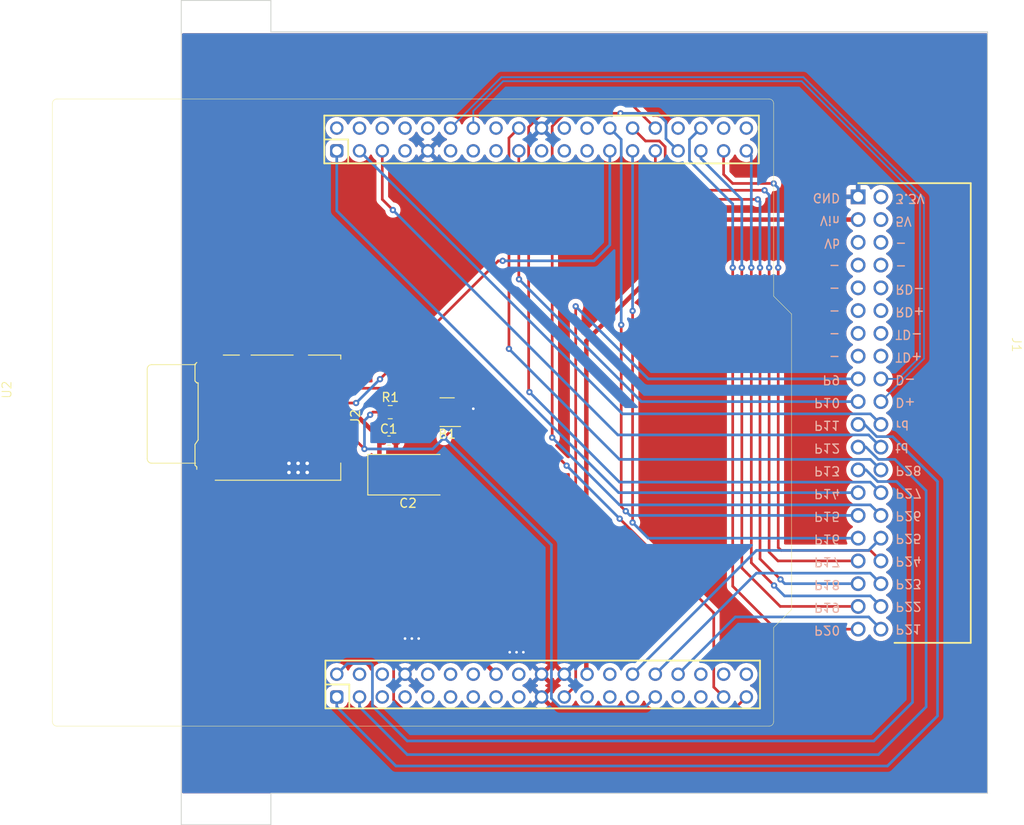
<source format=kicad_pcb>
(kicad_pcb (version 20221018) (generator pcbnew)
  (layers (0 "F.Cu" signal) (31 "B.Cu" signal) (34 "B.Paste" user) (35 "F.Paste" user) (36 "B.SilkS" user "B.Silkscreen") (37 "F.SilkS" user "F.Silkscreen") (38 "B.Mask" user) (39 "F.Mask" user) (44 "Edge.Cuts" user))
  (net 0 "")
  (net 1 "/CS")
  (net 2 "/DAT0")
  (net 3 "GND")
  (net 4 "/SD_MISO")
  (net 5 "+3.3V")
  (net 6 "/Vin")
  (net 18 "/SDA{slash}RX_1")
  (net 19 "/USB_D-")
  (net 20 "/SCL{slash}TX_1")
  (net 21 "/USB_D+")
  (net 22 "/SCK")
  (net 23 "/CAN_rd")
  (net 24 "/MOSI")
  (net 25 "/CAN_td")
  (net 26 "/MISO")
  (net 27 "/SDA{slash}RX_2")
  (net 28 "/SSEL")
  (net 29 "/SCL{slash}TX_2")
  (net 30 "/P15")
  (net 31 "/P26")
  (net 32 "/P16")
  (net 33 "/P25")
  (net 34 "/P17")
  (net 35 "/P24")
  (net 36 "/P18")
  (net 37 "/P23")
  (net 38 "/P19")
  (net 39 "/P22")
  (net 40 "/P20")
  (net 41 "/P21")
  (net 43 "/SD_MOSI")
  (net 44 "/SD_SCK")
  (net 86 "+5V")
  (footprint "Capacitor_Tantalum_SMD:CP_EIA-7343-31_Kemet-D" (layer "F.Cu") (at 166.708 95.586)
    (fp_text reference "C2" (at 0.078914 3.178687) (layer "F.SilkS"))
    (fp_text value "47uF")
    (fp_line (start -4.41 -2.26) (end -4.41 2.26) (stroke (width 0.12)) (layer "F.SilkS"))
    (fp_line (start -4.41 2.26) (end 3.65 2.26) (stroke (width 0.12)) (layer "F.SilkS"))
    (fp_line (start 3.65 -2.26) (end -4.41 -2.26) (stroke (width 0.12)) (layer "F.SilkS"))
    (pad "1" smd roundrect (at -3.1125 0) (size 2.075 2.55) (layers "F.Cu" "F.Paste" "F.Mask") (roundrect_rratio 0.120482) (net 5 "+3.3V"))
    (pad "2" smd roundrect (at 3.1125 0) (size 2.075 2.55) (layers "F.Cu" "F.Paste" "F.Mask") (roundrect_rratio 0.120482) (net 3 "GND"))
  )
  (footprint "flatsat_conn:flatsat_conn" (layer "F.Cu") (at 229.848 88.704)
    (fp_text reference "J1" (at 4.8612 -7.621576 -90 unlocked) (layer "F.SilkS") (effects (font (thickness 0.1))))
    (fp_text value "Bus Standard")
    (fp_text user "P27" (at -7.203949 8.9383 180 unlocked) (layer "B.SilkS") (effects (justify mirror)))
    (fp_text user "-" (at -8.037282 -16.35643 180 unlocked) (layer "B.SilkS") (effects (justify mirror)))
    (fp_text user "-" (at -15.453948 -6.244849 180 unlocked) (layer "B.SilkS") (effects (justify mirror)))
    (fp_text user "P12" (at -16.287282 3.915151 180 unlocked) (layer "B.SilkS") (effects (justify mirror)))
    (fp_text user "P18" (at -16.287282 19.155151 180 unlocked) (layer "B.SilkS") (effects (justify mirror)))
    (fp_text user "RD-" (at -7.037282 -13.826957 180 unlocked) (layer "B.SilkS") (effects (justify mirror)))
    (fp_text user "P28" (at -7.203949 6.408827 180 unlocked) (layer "B.SilkS") (effects (justify mirror)))
    (fp_text user "P19" (at -16.287282 21.695151 180 unlocked) (layer "B.SilkS") (effects (justify mirror)))
    (fp_text user "Vin" (at -15.953948 -21.484849 180 unlocked) (layer "B.SilkS") (effects (justify mirror)))
    (fp_text user "5V" (at -7.751568 -21.415376 180 unlocked) (layer "B.SilkS") (effects (justify mirror)))
    (fp_text user "P23" (at -7.203949 19.056192 180 unlocked) (layer "B.SilkS") (effects (justify mirror)))
    (fp_text user "P11" (at -16.287282 1.375151 180 unlocked) (layer "B.SilkS") (effects (justify mirror)))
    (fp_text user "-" (at -15.453948 -16.404849 180 unlocked) (layer "B.SilkS") (effects (justify mirror)))
    (fp_text user "RD+" (at -7.037282 -11.297484 180 unlocked) (layer "B.SilkS") (effects (justify mirror)))
    (fp_text user "P15" (at -16.287282 11.535151 180 unlocked) (layer "B.SilkS") (effects (justify mirror)))
    (fp_text user "rd" (at -7.894425 1.349881 180 unlocked) (layer "B.SilkS") (effects (justify mirror)))
    (fp_text user "TD+" (at -7.15633 -6.238538 180 unlocked) (layer "B.SilkS") (effects (justify mirror)))
    (fp_text user "-" (at -8.037282 -18.885903 180 unlocked) (layer "B.SilkS") (effects (justify mirror)))
    (fp_text user "P22" (at -7.203949 21.585665 180 unlocked) (layer "B.SilkS") (effects (justify mirror)))
    (fp_text user "3.3V" (at -7.037282 -23.944849 180 unlocked) (layer "B.SilkS") (effects (justify mirror)))
    (fp_text user "P13" (at -16.287282 6.455151 180 unlocked) (layer "B.SilkS") (effects (justify mirror)))
    (fp_text user "td" (at -7.918235 3.879354 180 unlocked) (layer "B.SilkS") (effects (justify mirror)))
    (fp_text user "P25" (at -7.203949 13.997246 180 unlocked) (layer "B.SilkS") (effects (justify mirror)))
    (fp_text user "Vb" (at -15.715853 -18.944849 180 unlocked) (layer "B.SilkS") (effects (justify mirror)))
    (fp_text user "-" (at -15.453948 -11.324849 180 unlocked) (layer "B.SilkS") (effects (justify mirror)))
    (fp_text user "P10" (at -16.287282 -1.164849 180 unlocked) (layer "B.SilkS") (effects (justify mirror)))
    (fp_text user "P21" (at -7.203949 24.115151 180 unlocked) (layer "B.SilkS") (effects (justify mirror)))
    (fp_text user "P24" (at -7.203949 16.526719 180 unlocked) (layer "B.SilkS") (effects (justify mirror)))
    (fp_text user "TD-" (at -7.15633 -8.768011 180 unlocked) (layer "B.SilkS") (effects (justify mirror)))
    (fp_text user "P16" (at -16.287282 14.075151 180 unlocked) (layer "B.SilkS") (effects (justify mirror)))
    (fp_text user "D-" (at -7.537282 -3.709065 180 unlocked) (layer "B.SilkS") (effects (justify mirror)))
    (fp_text user "P26" (at -7.203949 11.467773 180 unlocked) (layer "B.SilkS") (effects (justify mirror)))
    (fp_text user "P9" (at -15.811091 -3.704849 180 unlocked) (layer "B.SilkS") (effects (justify mirror)))
    (fp_text user "P20" (at -16.287282 24.235151 180 unlocked) (layer "B.SilkS") (effects (justify mirror)))
    (fp_text user "-" (at -15.453948 -13.864849 180 unlocked) (layer "B.SilkS") (effects (justify mirror)))
    (fp_text user "D+" (at -7.537282 -1.179592 180 unlocked) (layer "B.SilkS") (effects (justify mirror)))
    (fp_text user "P14" (at -16.287282 8.995151 180 unlocked) (layer "B.SilkS") (effects (justify mirror)))
    (fp_text user "GND" (at -16.35871 -24.024849 180 unlocked) (layer "B.SilkS") (effects (justify mirror)))
    (fp_text user "-" (at -15.453948 -8.784849 180 unlocked) (layer "B.SilkS") (effects (justify mirror)))
    (fp_text user "P17" (at -16.287282 16.615151 180 unlocked) (layer "B.SilkS") (effects (justify mirror)))
    (fp_line (start -12.817282 -25.662349) (end -0.247282 -25.662349) (stroke (width 0.2)) (layer "F.SilkS"))
    (fp_line (start -0.247282 25.647651) (end -8.757282 25.647651) (stroke (width 0.2)) (layer "F.SilkS"))
    (fp_line (start -0.247282 25.647651) (end -0.247282 -25.662349) (stroke (width 0.2)) (layer "F.SilkS"))
    (pad "1" thru_hole rect (at -12.817282 -24.137349 90) (size 1.65 1.65) (drill 1.1) (layers "*.Cu" "*.Mask") (net 3 "GND"))
    (pad "2" thru_hole circle (at -10.277282 -24.137349 90) (size 1.65 1.65) (drill 1.1) (layers "*.Cu" "*.Mask"))
    (pad "3" thru_hole circle (at -12.817282 -21.597349 90) (size 1.65 1.65) (drill 1.1) (layers "*.Cu" "*.Mask") (net 6 "/Vin"))
    (pad "4" thru_hole circle (at -10.277282 -21.597349 90) (size 1.65 1.65) (drill 1.1) (layers "*.Cu" "*.Mask"))
    (pad "5" thru_hole circle (at -12.817282 -19.057349 90) (size 1.65 1.65) (drill 1.1) (layers "*.Cu" "*.Mask"))
    (pad "6" thru_hole circle (at -10.277282 -19.057349 90) (size 1.65 1.65) (drill 1.1) (layers "*.Cu" "*.Mask"))
    (pad "7" thru_hole circle (at -12.817282 -16.517349 90) (size 1.65 1.65) (drill 1.1) (layers "*.Cu" "*.Mask"))
    (pad "8" thru_hole circle (at -10.277282 -16.517349 90) (size 1.65 1.65) (drill 1.1) (layers "*.Cu" "*.Mask"))
    (pad "9" thru_hole circle (at -12.817282 -13.977349 90) (size 1.65 1.65) (drill 1.1) (layers "*.Cu" "*.Mask"))
    (pad "10" thru_hole circle (at -10.277282 -13.977349 90) (size 1.65 1.65) (drill 1.1) (layers "*.Cu" "*.Mask"))
    (pad "11" thru_hole circle (at -12.817282 -11.437349 90) (size 1.65 1.65) (drill 1.1) (layers "*.Cu" "*.Mask"))
    (pad "12" thru_hole circle (at -10.277282 -11.437349 90) (size 1.65 1.65) (drill 1.1) (layers "*.Cu" "*.Mask"))
    (pad "13" thru_hole circle (at -12.817282 -8.897349 90) (size 1.65 1.65) (drill 1.1) (layers "*.Cu" "*.Mask"))
    (pad "14" thru_hole circle (at -10.277282 -8.897349 90) (size 1.65 1.65) (drill 1.1) (layers "*.Cu" "*.Mask"))
    (pad "15" thru_hole circle (at -12.817282 -6.357349 90) (size 1.65 1.65) (drill 1.1) (layers "*.Cu" "*.Mask"))
    (pad "16" thru_hole circle (at -10.277282 -6.357349 90) (size 1.65 1.65) (drill 1.1) (layers "*.Cu" "*.Mask"))
    (pad "17" thru_hole circle (at -12.817282 -3.817349 90) (size 1.65 1.65) (drill 1.1) (layers "*.Cu" "*.Mask") (net 18 "/SDA{slash}RX_1"))
    (pad "18" thru_hole circle (at -10.277282 -3.817349 90) (size 1.65 1.65) (drill 1.1) (layers "*.Cu" "*.Mask") (net 19 "/USB_D-"))
    (pad "19" thru_hole circle (at -12.817282 -1.277349 90) (size 1.65 1.65) (drill 1.1) (layers "*.Cu" "*.Mask") (net 20 "/SCL{slash}TX_1"))
    (pad "20" thru_hole circle (at -10.277282 -1.277349 90) (size 1.65 1.65) (drill 1.1) (layers "*.Cu" "*.Mask") (net 21 "/USB_D+"))
    (pad "21" thru_hole circle (at -12.817282 1.262651 90) (size 1.65 1.65) (drill 1.1) (layers "*.Cu" "*.Mask") (net 22 "/SCK"))
    (pad "22" thru_hole circle (at -10.277282 1.262651 90) (size 1.65 1.65) (drill 1.1) (layers "*.Cu" "*.Mask") (net 23 "/CAN_rd"))
    (pad "23" thru_hole circle (at -12.817282 3.802651 90) (size 1.65 1.65) (drill 1.1) (layers "*.Cu" "*.Mask") (net 24 "/MOSI"))
    (pad "24" thru_hole circle (at -10.277282 3.802651 90) (size 1.65 1.65) (drill 1.1) (layers "*.Cu" "*.Mask") (net 25 "/CAN_td"))
    (pad "25" thru_hole circle (at -12.817282 6.342651 90) (size 1.65 1.65) (drill 1.1) (layers "*.Cu" "*.Mask") (net 26 "/MISO"))
    (pad "26" thru_hole circle (at -10.277282 6.342651 90) (size 1.65 1.65) (drill 1.1) (layers "*.Cu" "*.Mask") (net 27 "/SDA{slash}RX_2"))
    (pad "27" thru_hole circle (at -12.817282 8.882651 90) (size 1.65 1.65) (drill 1.1) (layers "*.Cu" "*.Mask") (net 28 "/SSEL"))
    (pad "28" thru_hole circle (at -10.277282 8.882651 90) (size 1.65 1.65) (drill 1.1) (layers "*.Cu" "*.Mask") (net 29 "/SCL{slash}TX_2"))
    (pad "29" thru_hole circle (at -12.817282 11.422651 90) (size 1.65 1.65) (drill 1.1) (layers "*.Cu" "*.Mask") (net 30 "/P15"))
    (pad "30" thru_hole circle (at -10.277282 11.422651 90) (size 1.65 1.65) (drill 1.1) (layers "*.Cu" "*.Mask") (net 31 "/P26"))
    (pad "31" thru_hole circle (at -12.817282 13.962651 90) (size 1.65 1.65) (drill 1.1) (layers "*.Cu" "*.Mask") (net 32 "/P16"))
    (pad "32" thru_hole circle (at -10.277282 13.962651 90) (size 1.65 1.65) (drill 1.1) (layers "*.Cu" "*.Mask") (net 33 "/P25"))
    (pad "33" thru_hole circle (at -12.817282 16.502651 90) (size 1.65 1.65) (drill 1.1) (layers "*.Cu" "*.Mask") (net 34 "/P17"))
    (pad "34" thru_hole circle (at -10.277282 16.502651 90) (size 1.65 1.65) (drill 1.1) (layers "*.Cu" "*.Mask") (net 35 "/P24"))
    (pad "35" thru_hole circle (at -12.817282 19.042651 90) (size 1.65 1.65) (drill 1.1) (layers "*.Cu" "*.Mask") (net 36 "/P18"))
    (pad "36" thru_hole circle (at -10.277282 19.042651 90) (size 1.65 1.65) (drill 1.1) (layers "*.Cu" "*.Mask") (net 37 "/P23"))
    (pad "37" thru_hole circle (at -12.817282 21.582651 90) (size 1.65 1.65) (drill 1.1) (layers "*.Cu" "*.Mask") (net 38 "/P19"))
    (pad "38" thru_hole circle (at -10.277282 21.582651 90) (size 1.65 1.65) (drill 1.1) (layers "*.Cu" "*.Mask") (net 39 "/P22"))
    (pad "39" thru_hole circle (at -12.817282 24.122651 90) (size 1.65 1.65) (drill 1.1) (layers "*.Cu" "*.Mask") (net 40 "/P20"))
    (pad "40" thru_hole circle (at -10.277282 24.122651 90) (size 1.65 1.65) (drill 1.1) (layers "*.Cu" "*.Mask") (net 41 "/P21"))
  )
  (footprint "Package_SO:TSOP-5_1.65x3.05mm_P0.95mm" (layer "F.Cu") (at 171.153 88.601 180)
    (fp_text reference "B1" (at 0 -2.45) (layer "F.SilkS"))
    (fp_text value "~")
    (fp_line (start -0.8 1.6) (end 0.8 1.6) (stroke (width 0.12)) (layer "F.SilkS"))
    (fp_line (start 0.8 -1.6) (end -1.5 -1.6) (stroke (width 0.12)) (layer "F.SilkS"))
    (pad "1" smd rect (at -1.16 -0.95 180) (size 0.7 0.51) (layers "F.Cu" "F.Paste" "F.Mask") (net 1 "/CS"))
    (pad "2" smd rect (at -1.16 0 180) (size 0.7 0.51) (layers "F.Cu" "F.Paste" "F.Mask") (net 2 "/DAT0"))
    (pad "3" smd rect (at -1.16 0.95 180) (size 0.7 0.51) (layers "F.Cu" "F.Paste" "F.Mask") (net 3 "GND"))
    (pad "4" smd rect (at 1.16 0.95 180) (size 0.7 0.51) (layers "F.Cu" "F.Paste" "F.Mask") (net 4 "/SD_MISO"))
    (pad "5" smd rect (at 1.16 -0.95 180) (size 0.7 0.51) (layers "F.Cu" "F.Paste" "F.Mask") (net 5 "+3.3V"))
  )
  (footprint "Capacitor_SMD:C_0603_1608Metric" (layer "F.Cu") (at 164.663 91.776)
    (fp_text reference "C1" (at -0.034022 -1.301577) (layer "F.SilkS"))
    (fp_text value "0.1uF")
    (fp_line (start -0.14058 -0.51) (end 0.14058 -0.51) (stroke (width 0.12)) (layer "F.SilkS"))
    (fp_line (start -0.14058 0.51) (end 0.14058 0.51) (stroke (width 0.12)) (layer "F.SilkS"))
    (pad "1" smd roundrect (at -0.775 0) (size 0.9 0.95) (layers "F.Cu" "F.Paste" "F.Mask") (net 5 "+3.3V"))
    (pad "2" smd roundrect (at 0.775 0) (size 0.9 0.95) (layers "F.Cu" "F.Paste" "F.Mask") (net 3 "GND"))
  )
  (footprint "Resistor_SMD:R_0805_2012Metric" (layer "F.Cu") (at 164.803 88.601)
    (fp_text reference "R1" (at 0 -1.65) (layer "F.SilkS"))
    (fp_text value "10K")
    (fp_line (start -0.227064 -0.735) (end 0.227064 -0.735) (stroke (width 0.12)) (layer "F.SilkS"))
    (fp_line (start -0.227064 0.735) (end 0.227064 0.735) (stroke (width 0.12)) (layer "F.SilkS"))
    (pad "1" smd roundrect (at -0.9125 0) (size 1.025 1.4) (layers "F.Cu" "F.Paste" "F.Mask") (roundrect_rratio 0.243902) (net 1 "/CS"))
    (pad "2" smd roundrect (at 0.9125 0) (size 1.025 1.4) (layers "F.Cu" "F.Paste" "F.Mask") (roundrect_rratio 0.243902) (net 5 "+3.3V"))
  )
  (footprint "Connector_Card:microSD_HC_Hirose_DM3AT-SF-PEJM5" (layer "F.Cu") (at 151.393 89.206 -90)
    (fp_text reference "J2" (at -0.075 -9.525 90) (layer "F.SilkS"))
    (fp_text value "Micro_SD_Card_Det_Hirose_DM3AT")
    (fp_line (start -6.975 -7.885) (end -6.975 -4.275) (stroke (width 0.12)) (layer "F.SilkS"))
    (fp_line (start -6.975 -2.575) (end -6.975 2.125) (stroke (width 0.12)) (layer "F.SilkS"))
    (fp_line (start -6.975 3.425) (end -6.975 5.225) (stroke (width 0.12)) (layer "F.SilkS"))
    (fp_line (start -6.525 -7.885) (end -6.975 -7.885) (stroke (width 0.12)) (layer "F.SilkS"))
    (fp_line (start -5.945 8.385) (end -6.145 8.185) (stroke (width 0.12)) (layer "F.SilkS"))
    (fp_line (start -5.945 8.385) (end -4.085 8.385) (stroke (width 0.12)) (layer "F.SilkS"))
    (fp_line (start -5.907341 8.316803) (end -5.907341 13.216803) (stroke (width 0.1)) (layer "F.SilkS"))
    (fp_line (start -5.407341 13.716803) (end 4.592659 13.716803) (stroke (width 0.1)) (layer "F.SilkS"))
    (fp_line (start -4.085 8.385) (end -3.875 8.185) (stroke (width 0.12)) (layer "F.SilkS"))
    (fp_line (start -3.875 8.035) (end -3.875 8.185) (stroke (width 0.12)) (layer "F.SilkS"))
    (fp_line (start -3.875 8.035) (end 2.495 8.035) (stroke (width 0.12)) (layer "F.SilkS"))
    (fp_line (start 3.005 8.385) (end 2.495 8.035) (stroke (width 0.12)) (layer "F.SilkS"))
    (fp_line (start 5.075 -7.885) (end 6.995 -7.885) (stroke (width 0.12)) (layer "F.SilkS"))
    (fp_line (start 5.092659 13.216803) (end 5.092659 8.316803) (stroke (width 0.1)) (layer "F.SilkS"))
    (fp_line (start 5.315 8.385) (end 3.005 8.385) (stroke (width 0.12)) (layer "F.SilkS"))
    (fp_line (start 5.315 8.385) (end 5.515 8.185) (stroke (width 0.12)) (layer "F.SilkS"))
    (fp_line (start 5.515 8.185) (end 5.775 8.185) (stroke (width 0.12)) (layer "F.SilkS"))
    (fp_line (start 6.995 -7.885) (end 6.995 6.125) (stroke (width 0.12)) (layer "F.SilkS"))
    (fp_arc (start -5.407341 13.716803) (mid -5.760894 13.570356) (end -5.907341 13.216803) (stroke (width 0.1)) (layer "F.SilkS"))
    (fp_arc (start 5.092659 13.216803) (mid 4.946211 13.570354) (end 4.592659 13.716803) (stroke (width 0.1)) (layer "F.SilkS"))
    (pad "1" smd rect (at 2.775 -7.725 270) (size 0.7 1.2) (layers "F.Cu" "F.Paste" "F.Mask"))
    (pad "2" smd rect (at 1.675 -7.725 270) (size 0.7 1.2) (layers "F.Cu" "F.Paste" "F.Mask") (net 1 "/CS"))
    (pad "3" smd rect (at 0.575 -7.725 270) (size 0.7 1.2) (layers "F.Cu" "F.Paste" "F.Mask") (net 43 "/SD_MOSI"))
    (pad "4" smd rect (at -0.525 -7.725 270) (size 0.7 1.2) (layers "F.Cu" "F.Paste" "F.Mask") (net 5 "+3.3V"))
    (pad "5" smd rect (at -1.625 -7.725 270) (size 0.7 1.2) (layers "F.Cu" "F.Paste" "F.Mask") (net 44 "/SD_SCK"))
    (pad "6" smd rect (at -2.725 -7.725 270) (size 0.7 1.2) (layers "F.Cu" "F.Paste" "F.Mask") (net 3 "GND"))
    (pad "7" smd rect (at -3.825 -7.725 270) (size 0.7 1.2) (layers "F.Cu" "F.Paste" "F.Mask") (net 2 "/DAT0"))
    (pad "8" smd rect (at -4.925 -7.725 270) (size 0.7 1.2) (layers "F.Cu" "F.Paste" "F.Mask"))
    (pad "9" smd rect (at -5.875 -7.725 270) (size 0.7 1.2) (layers "F.Cu" "F.Paste" "F.Mask"))
    (pad "10" smd rect (at -6.825 2.775 270) (size 1 0.8) (layers "F.Cu" "F.Paste" "F.Mask"))
    (pad "11" smd rect (at -6.825 -3.425 270) (size 1 1.2) (layers "F.Cu" "F.Paste" "F.Mask") (net 3 "GND"))
    (pad "11" smd rect (at -6.825 6.925 270) (size 1 2.8) (layers "F.Cu" "F.Paste" "F.Mask") (net 3 "GND"))
    (pad "11" smd rect (at 4.325 -7.725 270) (size 1 1.2) (layers "F.Cu" "F.Paste" "F.Mask") (net 3 "GND"))
    (pad "11" smd rect (at 6.675 7.375 270) (size 1.3 1.9) (layers "F.Cu" "F.Paste" "F.Mask") (net 3 "GND"))
    (zone (net 0) (net_name "") (layer "F.Cu") (connect_pads (clearance 0)) (min_thickness 0.254)
      (keepout (tracks not_allowed) (vias not_allowed) (pads not_allowed) (copperpour not_allowed) (footprints not_allowed))
      (fill (thermal_gap 0.508) (thermal_bridge_width 0.508))
      (polygon (pts (xy 144.418 92.131) (xy 144.418 94.681) (xy 143.068 94.681) (xy 143.068 92.131)))
    )
    (zone (net 0) (net_name "") (layer "F.Cu") (connect_pads (clearance 0)) (min_thickness 0.254)
      (keepout (tracks not_allowed) (vias not_allowed) (pads not_allowed) (copperpour not_allowed) (footprints not_allowed))
      (fill (thermal_gap 0.508) (thermal_bridge_width 0.508))
      (polygon (pts (xy 150.618 82.731) (xy 150.618 81.981) (xy 154.218 81.981) (xy 154.218 82.731)))
    )
    (zone (net 0) (net_name "") (layer "F.Cu") (connect_pads (clearance 0)) (min_thickness 0.254)
      (keepout (tracks not_allowed) (vias not_allowed) (pads not_allowed) (copperpour not_allowed) (footprints not_allowed))
      (fill (thermal_gap 0.508) (thermal_bridge_width 0.508))
      (polygon (pts (xy 152.518 92.481) (xy 152.518 83.781) (xy 154.118 83.781) (xy 154.118 92.481)))
    )
    (zone (net 0) (net_name "") (layer "F.Cu") (connect_pads (clearance 0)) (min_thickness 0.254)
      (keepout (tracks not_allowed) (vias not_allowed) (pads not_allowed) (copperpour not_allowed) (footprints not_allowed))
      (fill (thermal_gap 0.508) (thermal_bridge_width 0.508))
      (polygon (pts (xy 152.818 83.081) (xy 152.818 83.781) (xy 145.218 83.781) (xy 145.218 83.081)))
    )
    (zone (net 0) (net_name "") (layer "F.Cu") (connect_pads (clearance 0)) (min_thickness 0.254)
      (keepout (tracks not_allowed) (vias not_allowed) (pads not_allowed) (copperpour not_allowed) (footprints not_allowed))
      (fill (thermal_gap 0.508) (thermal_bridge_width 0.508))
      (polygon (pts (xy 155.418 82.731) (xy 155.418 81.981) (xy 158.668 81.981) (xy 158.668 82.731)))
    )
  )
  (footprint "Nucleo:Nucleo64" (layer "F.Cu") (at 127.594 123.646 90)
    (fp_text reference "U2" (at 37.542732 -5.59 90 unlocked) (layer "F.SilkS") (effects (font (thickness 0.1))))
    (fp_text value "NUCLEO_L476RG")
    (fp_line (start 0 0) (end 0 79.5) (stroke (width 0.05)) (layer "F.SilkS"))
    (fp_line (start 0.5 80) (end 11 80) (stroke (width 0.05)) (layer "F.SilkS"))
    (fp_line (start 1.982732 29.97) (end 1.982732 78.484) (stroke (width 0.2)) (layer "F.SilkS"))
    (fp_line (start 4.649732 32.637) (end 1.982732 32.637) (stroke (width 0.2)) (layer "F.SilkS"))
    (fp_line (start 4.649732 32.637) (end 4.649732 29.97) (stroke (width 0.2)) (layer "F.SilkS"))
    (fp_line (start 7.316732 29.97) (end 1.982732 29.97) (stroke (width 0.2)) (layer "F.SilkS"))
    (fp_line (start 7.316732 29.97) (end 7.316732 78.484) (stroke (width 0.2)) (layer "F.SilkS"))
    (fp_line (start 7.316732 78.484) (end 1.982732 78.484) (stroke (width 0.2)) (layer "F.SilkS"))
    (fp_line (start 11 80) (end 13 82) (stroke (width 0.05)) (layer "F.SilkS"))
    (fp_line (start 13 82) (end 46 82) (stroke (width 0.05)) (layer "F.SilkS"))
    (fp_line (start 46 82) (end 48 80) (stroke (width 0.05)) (layer "F.SilkS"))
    (fp_line (start 48 80) (end 69.5 80) (stroke (width 0.05)) (layer "F.SilkS"))
    (fp_line (start 62.815732 29.843) (end 62.815732 78.357) (stroke (width 0.2)) (layer "F.SilkS"))
    (fp_line (start 65.482732 32.51) (end 62.815732 32.51) (stroke (width 0.2)) (layer "F.SilkS"))
    (fp_line (start 65.482732 32.51) (end 65.482732 29.843) (stroke (width 0.2)) (layer "F.SilkS"))
    (fp_line (start 68.149732 29.843) (end 62.815732 29.843) (stroke (width 0.2)) (layer "F.SilkS"))
    (fp_line (start 68.149732 29.843) (end 68.149732 78.357) (stroke (width 0.2)) (layer "F.SilkS"))
    (fp_line (start 68.149732 78.357) (end 62.815732 78.357) (stroke (width 0.2)) (layer "F.SilkS"))
    (fp_line (start 69.500001 -0.5) (end 0.500001 -0.499999) (stroke (width 0.05)) (layer "F.SilkS"))
    (fp_line (start 70 79.5) (end 70 0) (stroke (width 0.05)) (layer "F.SilkS"))
    (fp_arc (start 0 0) (mid 0.146447 -0.353554) (end 0.500001 -0.499999) (stroke (width 0.05)) (layer "F.SilkS"))
    (fp_arc (start 0.5 80) (mid 0.146447 79.853553) (end 0 79.5) (stroke (width 0.05)) (layer "F.SilkS"))
    (fp_arc (start 69.500001 -0.5) (mid 69.853554 -0.353553) (end 70 0.000001) (stroke (width 0.05)) (layer "F.SilkS"))
    (fp_arc (start 70.000001 79.500001) (mid 69.853554 79.853554) (end 69.5 80) (stroke (width 0.05)) (layer "F.SilkS"))
    (pad "1" thru_hole roundrect (at 3.252732 31.24) (size 1.5 1.5) (drill 1) (layers "*.Cu" "*.Mask") (net 22 "/SCK"))
    (pad "2" thru_hole circle (at 5.792732 31.24) (size 1.5 1.5) (drill 1) (layers "*.Cu" "*.Mask") (net 26 "/MISO"))
    (pad "3" thru_hole circle (at 3.252732 33.78) (size 1.5 1.5) (drill 1) (layers "*.Cu" "*.Mask") (net 24 "/MOSI"))
    (pad "4" thru_hole circle (at 5.792732 33.78) (size 1.5 1.5) (drill 1) (layers "*.Cu" "*.Mask"))
    (pad "5" thru_hole circle (at 3.252732 36.32) (size 1.5 1.5) (drill 1) (layers "*.Cu" "*.Mask"))
    (pad "6" thru_hole circle (at 5.792732 36.32) (size 1.5 1.5) (drill 1) (layers "*.Cu" "*.Mask"))
    (pad "7" thru_hole circle (at 3.252732 38.86) (size 1.5 1.5) (drill 1) (layers "*.Cu" "*.Mask"))
    (pad "8" thru_hole circle (at 5.792732 38.86) (size 1.5 1.5) (drill 1) (layers "*.Cu" "*.Mask") (net 3 "GND"))
    (pad "9" thru_hole circle (at 3.252732 41.4) (size 1.5 1.5) (drill 1) (layers "*.Cu" "*.Mask"))
    (pad "10" thru_hole circle (at 5.792732 41.4) (size 1.5 1.5) (drill 1) (layers "*.Cu" "*.Mask"))
    (pad "11" thru_hole circle (at 3.252732 43.94) (size 1.5 1.5) (drill 1) (layers "*.Cu" "*.Mask"))
    (pad "12" thru_hole circle (at 5.792732 43.94) (size 1.5 1.5) (drill 1) (layers "*.Cu" "*.Mask"))
    (pad "13" thru_hole circle (at 3.252732 46.48) (size 1.5 1.5) (drill 1) (layers "*.Cu" "*.Mask"))
    (pad "14" thru_hole circle (at 5.792732 46.48) (size 1.5 1.5) (drill 1) (layers "*.Cu" "*.Mask"))
    (pad "15" thru_hole circle (at 3.252732 49.02) (size 1.5 1.5) (drill 1) (layers "*.Cu" "*.Mask"))
    (pad "16" thru_hole circle (at 5.792732 49.02) (size 1.5 1.5) (drill 1) (layers "*.Cu" "*.Mask") (net 5 "+3.3V"))
    (pad "17" thru_hole circle (at 3.252732 51.56) (size 1.5 1.5) (drill 1) (layers "*.Cu" "*.Mask"))
    (pad "18" thru_hole circle (at 5.792732 51.56) (size 1.5 1.5) (drill 1) (layers "*.Cu" "*.Mask") (net 86 "+5V"))
    (pad "19" thru_hole circle (at 3.252732 54.1) (size 1.5 1.5) (drill 1) (layers "*.Cu" "*.Mask") (net 3 "GND"))
    (pad "20" thru_hole circle (at 5.792732 54.1) (size 1.5 1.5) (drill 1) (layers "*.Cu" "*.Mask") (net 3 "GND"))
    (pad "21" thru_hole circle (at 3.252732 56.64) (size 1.5 1.5) (drill 1) (layers "*.Cu" "*.Mask") (net 18 "/SDA{slash}RX_1"))
    (pad "22" thru_hole circle (at 5.792732 56.64) (size 1.5 1.5) (drill 1) (layers "*.Cu" "*.Mask") (net 3 "GND"))
    (pad "23" thru_hole circle (at 3.252732 59.18) (size 1.5 1.5) (drill 1) (layers "*.Cu" "*.Mask"))
    (pad "24" thru_hole circle (at 5.792732 59.18) (size 1.5 1.5) (drill 1) (layers "*.Cu" "*.Mask") (net 6 "/Vin"))
    (pad "25" thru_hole circle (at 3.252732 61.72) (size 1.5 1.5) (drill 1) (layers "*.Cu" "*.Mask"))
    (pad "26" thru_hole circle (at 5.792732 61.72) (size 1.5 1.5) (drill 1) (layers "*.Cu" "*.Mask"))
    (pad "27" thru_hole circle (at 3.252732 64.26) (size 1.5 1.5) (drill 1) (layers "*.Cu" "*.Mask"))
    (pad "28" thru_hole circle (at 5.792732 64.26) (size 1.5 1.5) (drill 1) (layers "*.Cu" "*.Mask") (net 33 "/P25"))
    (pad "29" thru_hole circle (at 3.252732 66.8) (size 1.5 1.5) (drill 1) (layers "*.Cu" "*.Mask") (net 1 "/CS"))
    (pad "30" thru_hole circle (at 5.792732 66.8) (size 1.5 1.5) (drill 1) (layers "*.Cu" "*.Mask") (net 37 "/P23"))
    (pad "31" thru_hole circle (at 3.252732 69.34) (size 1.5 1.5) (drill 1) (layers "*.Cu" "*.Mask"))
    (pad "32" thru_hole circle (at 5.792732 69.34) (size 1.5 1.5) (drill 1) (layers "*.Cu" "*.Mask") (net 41 "/P21"))
    (pad "33" thru_hole circle (at 3.252732 71.88) (size 1.5 1.5) (drill 1) (layers "*.Cu" "*.Mask"))
    (pad "34" thru_hole circle (at 5.792732 71.88) (size 1.5 1.5) (drill 1) (layers "*.Cu" "*.Mask"))
    (pad "35" thru_hole circle (at 3.252732 74.42) (size 1.5 1.5) (drill 1) (layers "*.Cu" "*.Mask") (net 4 "/SD_MISO"))
    (pad "36" thru_hole circle (at 5.792732 74.42) (size 1.5 1.5) (drill 1) (layers "*.Cu" "*.Mask"))
    (pad "37" thru_hole circle (at 3.252732 76.96) (size 1.5 1.5) (drill 1) (layers "*.Cu" "*.Mask") (net 43 "/SD_MOSI"))
    (pad "38" thru_hole circle (at 5.792732 76.96) (size 1.5 1.5) (drill 1) (layers "*.Cu" "*.Mask"))
    (pad "39" thru_hole roundrect (at 64.212732 31.24) (size 1.5 1.5) (drill 1) (layers "*.Cu" "*.Mask") (net 28 "/SSEL"))
    (pad "40" thru_hole circle (at 66.752732 31.24) (size 1.5 1.5) (drill 1) (layers "*.Cu" "*.Mask"))
    (pad "41" thru_hole circle (at 64.212732 33.78) (size 1.5 1.5) (drill 1) (layers "*.Cu" "*.Mask") (net 23 "/CAN_rd"))
    (pad "42" thru_hole circle (at 66.752732 33.78) (size 1.5 1.5) (drill 1) (layers "*.Cu" "*.Mask"))
    (pad "43" thru_hole circle (at 64.212732 36.32) (size 1.5 1.5) (drill 1) (layers "*.Cu" "*.Mask") (net 25 "/CAN_td"))
    (pad "44" thru_hole circle (at 66.752732 36.32) (size 1.5 1.5) (drill 1) (layers "*.Cu" "*.Mask"))
    (pad "45" thru_hole circle (at 64.212732 38.86) (size 1.5 1.5) (drill 1) (layers "*.Cu" "*.Mask"))
    (pad "46" thru_hole circle (at 66.752732 38.86) (size 1.5 1.5) (drill 1) (layers "*.Cu" "*.Mask"))
    (pad "47" thru_hole circle (at 64.212732 41.4) (size 1.5 1.5) (drill 1) (layers "*.Cu" "*.Mask") (net 3 "GND"))
    (pad "48" thru_hole circle (at 66.752732 41.4) (size 1.5 1.5) (drill 1) (layers "*.Cu" "*.Mask"))
    (pad "49" thru_hole circle (at 64.212732 43.94) (size 1.5 1.5) (drill 1) (layers "*.Cu" "*.Mask"))
    (pad "50" thru_hole circle (at 66.752732 43.94) (size 1.5 1.5) (drill 1) (layers "*.Cu" "*.Mask") (net 21 "/USB_D+"))
    (pad "51" thru_hole circle (at 64.212732 46.48) (size 1.5 1.5) (drill 1) (layers "*.Cu" "*.Mask"))
    (pad "52" thru_hole circle (at 66.752732 46.48) (size 1.5 1.5) (drill 1) (layers "*.Cu" "*.Mask") (net 19 "/USB_D-"))
    (pad "53" thru_hole circle (at 64.212732 49.02) (size 1.5 1.5) (drill 1) (layers "*.Cu" "*.Mask"))
    (pad "54" thru_hole circle (at 66.752732 49.02) (size 1.5 1.5) (drill 1) (layers "*.Cu" "*.Mask"))
    (pad "55" thru_hole circle (at 64.212732 51.56) (size 1.5 1.5) (drill 1) (layers "*.Cu" "*.Mask") (net 20 "/SCL{slash}TX_1"))
    (pad "56" thru_hole circle (at 66.752732 51.56) (size 1.5 1.5) (drill 1) (layers "*.Cu" "*.Mask") (net 27 "/SDA{slash}RX_2"))
    (pad "57" thru_hole circle (at 64.212732 54.1) (size 1.5 1.5) (drill 1) (layers "*.Cu" "*.Mask"))
    (pad "58" thru_hole circle (at 66.752732 54.1) (size 1.5 1.5) (drill 1) (layers "*.Cu" "*.Mask") (net 3 "GND"))
    (pad "59" thru_hole circle (at 64.212732 56.64) (size 1.5 1.5) (drill 1) (layers "*.Cu" "*.Mask"))
    (pad "60" thru_hole circle (at 66.752732 56.64) (size 1.5 1.5) (drill 1) (layers "*.Cu" "*.Mask"))
    (pad "61" thru_hole circle (at 64.212732 59.18) (size 1.5 1.5) (drill 1) (layers "*.Cu" "*.Mask"))
    (pad "62" thru_hole circle (at 66.752732 59.18) (size 1.5 1.5) (drill 1) (layers "*.Cu" "*.Mask"))
    (pad "63" thru_hole circle (at 64.212732 61.72) (size 1.5 1.5) (drill 1) (layers "*.Cu" "*.Mask") (net 44 "/SD_SCK"))
    (pad "64" thru_hole circle (at 66.752732 61.72) (size 1.5 1.5) (drill 1) (layers "*.Cu" "*.Mask") (net 30 "/P15"))
    (pad "65" thru_hole circle (at 64.212732 64.26) (size 1.5 1.5) (drill 1) (layers "*.Cu" "*.Mask") (net 32 "/P16"))
    (pad "66" thru_hole circle (at 66.752732 64.26) (size 1.5 1.5) (drill 1) (layers "*.Cu" "*.Mask") (net 34 "/P17"))
    (pad "67" thru_hole circle (at 64.212732 66.8) (size 1.5 1.5) (drill 1) (layers "*.Cu" "*.Mask") (net 36 "/P18"))
    (pad "68" thru_hole circle (at 66.752732 66.8) (size 1.5 1.5) (drill 1) (layers "*.Cu" "*.Mask") (net 29 "/SCL{slash}TX_2"))
    (pad "69" thru_hole circle (at 64.212732 69.34) (size 1.5 1.5) (drill 1) (layers "*.Cu" "*.Mask") (net 31 "/P26"))
    (pad "70" thru_hole circle (at 66.752732 69.34) (size 1.5 1.5) (drill 1) (layers "*.Cu" "*.Mask"))
    (pad "71" thru_hole circle (at 64.212732 71.88) (size 1.5 1.5) (drill 1) (layers "*.Cu" "*.Mask") (net 38 "/P19"))
    (pad "72" thru_hole circle (at 66.752732 71.88) (size 1.5 1.5) (drill 1) (layers "*.Cu" "*.Mask") (net 40 "/P20"))
    (pad "73" thru_hole circle (at 64.212732 74.42) (size 1.5 1.5) (drill 1) (layers "*.Cu" "*.Mask") (net 35 "/P24"))
    (pad "74" thru_hole circle (at 66.752732 74.42) (size 1.5 1.5) (drill 1) (layers "*.Cu" "*.Mask"))
    (pad "75" thru_hole circle (at 64.212732 76.96) (size 1.5 1.5) (drill 1) (layers "*.Cu" "*.Mask") (net 39 "/P22"))
    (pad "76" thru_hole circle (at 66.752732 76.96) (size 1.5 1.5) (drill 1) (layers "*.Cu" "*.Mask"))
  )
  (gr_line (start 151.478 131.146) (end 231.478 131.146) (stroke (width 0.1)) (layer "Edge.Cuts"))
  (gr_line (start 141.478 134.646) (end 151.478 134.646) (stroke (width 0.1)) (layer "Edge.Cuts"))
  (gr_line (start 231.478 131.146) (end 231.478 46.146) (stroke (width 0.1)) (layer "Edge.Cuts"))
  (gr_line (start 141.478 42.646) (end 151.478 42.646) (stroke (width 0.1)) (layer "Edge.Cuts"))
  (gr_line (start 151.478 46.146) (end 231.478 46.146) (stroke (width 0.1)) (layer "Edge.Cuts"))
  (gr_line (start 151.478 131.146) (end 151.478 134.646) (stroke (width 0.1)) (layer "Edge.Cuts"))
  (gr_line (start 141.478 134.646) (end 141.478 42.646) (stroke (width 0.1)) (layer "Edge.Cuts"))
  (gr_line (start 151.478 42.646) (end 151.478 46.146) (stroke (width 0.1)) (layer "Edge.Cuts"))
  (segment (start 162.859 88.601) (end 162.56 88.9) (width 0.3) (layer "F.Cu") (net 1))
  (segment (start 159.118 90.881) (end 160.096 90.881) (width 0.3) (layer "F.Cu") (net 1))
  (segment (start 163.8905 88.601) (end 162.859 88.601) (width 0.3) (layer "F.Cu") (net 1))
  (segment (start 160.096 90.881) (end 161.925 92.71) (width 0.3) (layer "F.Cu") (net 1))
  (segment (start 172.313 89.942) (end 172.313 89.551) (width 0.3) (layer "F.Cu") (net 1))
  (segment (start 170.815 91.44) (end 172.313 89.942) (width 0.3) (layer "F.Cu") (net 1))
  (via (at 162.56 88.9) (size 0.7) (drill 0.3) (layers "F.Cu" "B.Cu") (net 1))
  (via (at 161.925 92.71) (size 0.7) (drill 0.3) (layers "F.Cu" "B.Cu") (net 1))
  (via (at 170.815 91.44) (size 0.7) (drill 0.3) (layers "F.Cu" "B.Cu") (net 1))
  (segment (start 182.794 120.562) (end 182.794 103.419) (width 0.3) (layer "B.Cu") (net 1))
  (segment (start 161.925 92.71) (end 169.545 92.71) (width 0.3) (layer "B.Cu") (net 1))
  (segment (start 162.56 88.9) (end 161.925 89.535) (width 0.3) (layer "B.Cu") (net 1))
  (segment (start 194.394 120.393268) (end 193.294 121.493268) (width 0.3) (layer "B.Cu") (net 1))
  (segment (start 193.294 121.493268) (end 183.725268 121.493268) (width 0.3) (layer "B.Cu") (net 1))
  (segment (start 161.925 89.535) (end 161.925 92.71) (width 0.3) (layer "B.Cu") (net 1))
  (segment (start 169.545 92.71) (end 170.815 91.44) (width 0.3) (layer "B.Cu") (net 1))
  (segment (start 183.725268 121.493268) (end 182.794 120.562) (width 0.3) (layer "B.Cu") (net 1))
  (segment (start 182.794 103.419) (end 170.815 91.44) (width 0.3) (layer "B.Cu") (net 1))
  (segment (start 159.515 85.381) (end 159.118 85.381) (width 0.3) (layer "F.Cu") (net 2))
  (segment (start 160.068 85.934) (end 159.515 85.381) (width 0.3) (layer "F.Cu") (net 2))
  (segment (start 160.068 85.934) (end 165.309 85.934) (width 0.3) (layer "F.Cu") (net 2))
  (segment (start 165.309 85.934) (end 167.976 88.601) (width 0.3) (layer "F.Cu") (net 2))
  (segment (start 167.976 88.601) (end 172.313 88.601) (width 0.3) (layer "F.Cu") (net 2))
  (segment (start 173.505 87.651) (end 174.074 88.22) (width 0.3) (layer "F.Cu") (net 3))
  (segment (start 172.313 87.651) (end 173.505 87.651) (width 0.3) (layer "F.Cu") (net 3))
  (via (at 153.5 94.316) (size 0.8) (drill 0.4) (layers "F.Cu" "B.Cu") (net 3))
  (via (at 155.532 95.332) (size 0.8) (drill 0.4) (layers "F.Cu" "B.Cu") (net 3))
  (via (at 179.662 115.398) (size 0.7) (drill 0.3) (layers "F.Cu" "B.Cu") (net 3))
  (via (at 174.074 88.22) (size 0.7) (drill 0.3) (layers "F.Cu" "B.Cu") (net 3))
  (via (at 178.9 115.398) (size 0.7) (drill 0.3) (layers "F.Cu" "B.Cu") (net 3))
  (via (at 166.454 113.874) (size 0.7) (drill 0.3) (layers "F.Cu" "B.Cu") (net 3))
  (via (at 167.978 113.874) (size 0.7) (drill 0.3) (layers "F.Cu" "B.Cu") (net 3))
  (via (at 178.138 115.398) (size 0.7) (drill 0.3) (layers "F.Cu" "B.Cu") (net 3))
  (via (at 154.516 94.316) (size 0.8) (drill 0.4) (layers "F.Cu" "B.Cu") (net 3))
  (via (at 153.5 95.332) (size 0.8) (drill 0.4) (layers "F.Cu" "B.Cu") (net 3))
  (via (at 154.516 95.332) (size 0.8) (drill 0.4) (layers "F.Cu" "B.Cu") (net 3))
  (via (at 155.532 94.316) (size 0.8) (drill 0.4) (layers "F.Cu" "B.Cu") (net 3))
  (via (at 167.216 113.874) (size 0.7) (drill 0.3) (layers "F.Cu" "B.Cu") (net 3))
  (segment (start 200.914 119.293268) (end 200.914 110.996) (width 0.3) (layer "F.Cu") (net 4))
  (segment (start 202.014 120.393268) (end 200.914 119.293268) (width 0.3) (layer "F.Cu") (net 4))
  (segment (start 184.488 94.57) (end 176.964 87.046) (width 0.3) (layer "F.Cu") (net 4))
  (segment (start 200.914 110.996) (end 190.414 100.496) (width 0.3) (layer "F.Cu") (net 4))
  (segment (start 176.964 87.046) (end 170.598 87.046) (width 0.3) (layer "F.Cu") (net 4))
  (segment (start 170.598 87.046) (end 169.993 87.651) (width 0.3) (layer "F.Cu") (net 4))
  (via (at 184.488 94.57) (size 0.7) (drill 0.3) (layers "F.Cu" "B.Cu") (net 4))
  (via (at 190.414 100.496) (size 0.7) (drill 0.3) (layers "F.Cu" "B.Cu") (net 4))
  (segment (start 184.488 94.57) (end 190.414 100.496) (width 0.3) (layer "B.Cu") (net 4))
  (segment (start 167.656 89.551) (end 169.993 89.551) (width 0.5) (layer "F.Cu") (net 5))
  (segment (start 163.5955 92.0685) (end 163.888 91.776) (width 0.5) (layer "F.Cu") (net 5))
  (segment (start 165.7155 88.601) (end 165.7155 89.9485) (width 0.5) (layer "F.Cu") (net 5))
  (segment (start 163.5955 95.586) (end 163.5955 92.0685) (width 0.5) (layer "F.Cu") (net 5))
  (segment (start 165.7155 88.601) (end 166.706 88.601) (width 0.5) (layer "F.Cu") (net 5))
  (segment (start 160.793 88.681) (end 163.888 91.776) (width 0.5) (layer "F.Cu") (net 5))
  (segment (start 159.118 88.681) (end 160.793 88.681) (width 0.5) (layer "F.Cu") (net 5))
  (segment (start 166.706 88.601) (end 167.656 89.551) (width 0.5) (layer "F.Cu") (net 5))
  (segment (start 176.614 117.853268) (end 163.5955 104.834768) (width 0.5) (layer "F.Cu") (net 5))
  (segment (start 165.7155 89.9485) (end 163.888 91.776) (width 0.5) (layer "F.Cu") (net 5))
  (segment (start 163.5955 104.834768) (end 163.5955 95.586) (width 0.5) (layer "F.Cu") (net 5))
  (segment (start 186.69 80.645) (end 186.69 117.769268) (width 0.5) (layer "F.Cu") (net 6))
  (segment (start 217.030718 67.106651) (end 200.228349 67.106651) (width 0.5) (layer "F.Cu") (net 6))
  (segment (start 200.228349 67.106651) (end 186.69 80.645) (width 0.5) (layer "F.Cu") (net 6))
  (segment (start 186.69 117.769268) (end 186.774 117.853268) (width 0.5) (layer "F.Cu") (net 6))
  (segment (start 185.504 119.123268) (end 184.234 120.393268) (width 0.3) (layer "F.Cu") (net 18))
  (segment (start 185.504 76.79) (end 185.504 119.123268) (width 0.3) (layer "F.Cu") (net 18))
  (via (at 185.504 76.79) (size 0.7) (drill 0.3) (layers "F.Cu" "B.Cu") (net 18))
  (segment (start 185.504 76.79) (end 193.600651 84.886651) (width 0.3) (layer "B.Cu") (net 18))
  (segment (start 193.600651 84.886651) (end 193.632 84.886651) (width 0.3) (layer "B.Cu") (net 18))
  (segment (start 193.632 84.886651) (end 217.030718 84.886651) (width 0.3) (layer "B.Cu") (net 18))
  (segment (start 223.93 82.430972) (end 223.93 64.8632) (width 0.2) (layer "B.Cu") (net 19))
  (segment (start 177.403665 51.66) (end 174.074 54.989665) (width 0.2) (layer "B.Cu") (net 19))
  (segment (start 210.7268 51.66) (end 177.403665 51.66) (width 0.2) (layer "B.Cu") (net 19))
  (segment (start 219.570718 84.886651) (end 221.474321 84.886651) (width 0.2) (layer "B.Cu") (net 19))
  (segment (start 221.474321 84.886651) (end 223.93 82.430972) (width 0.2) (layer "B.Cu") (net 19))
  (segment (start 174.074 54.989665) (end 174.074 56.893268) (width 0.2) (layer "B.Cu") (net 19))
  (segment (start 223.93 64.8632) (end 210.7268 51.66) (width 0.2) (layer "B.Cu") (net 19))
  (segment (start 179.154 73.744) (end 179.154 59.433268) (width 0.3) (layer "F.Cu") (net 20))
  (segment (start 179.175863 73.765863) (end 179.154 73.744) (width 0.3) (layer "F.Cu") (net 20))
  (via (at 179.175863 73.765863) (size 0.7) (drill 0.3) (layers "F.Cu" "B.Cu") (net 20))
  (segment (start 179.175863 73.765863) (end 192.836651 87.426651) (width 0.3) (layer "B.Cu") (net 20))
  (segment (start 192.836651 87.426651) (end 217.030718 87.426651) (width 0.3) (layer "B.Cu") (net 20))
  (segment (start 219.570718 87.426651) (end 224.38 82.617369) (width 0.2) (layer "B.Cu") (net 21))
  (segment (start 224.38 82.617369) (end 224.38 64.6768) (width 0.2) (layer "B.Cu") (net 21))
  (segment (start 177.217268 51.21) (end 171.534 56.893268) (width 0.2) (layer "B.Cu") (net 21))
  (segment (start 210.9132 51.21) (end 177.217268 51.21) (width 0.2) (layer "B.Cu") (net 21))
  (segment (start 224.38 64.6768) (end 210.9132 51.21) (width 0.2) (layer "B.Cu") (net 21))
  (segment (start 165.438 128.098) (end 158.834 121.494) (width 0.3) (layer "B.Cu") (net 22))
  (segment (start 220.873651 91.331651) (end 225.89 96.348) (width 0.3) (layer "B.Cu") (net 22))
  (segment (start 217.737824 89.966651) (end 219.102824 91.331651) (width 0.3) (layer "B.Cu") (net 22))
  (segment (start 219.102824 91.331651) (end 220.873651 91.331651) (width 0.3) (layer "B.Cu") (net 22))
  (segment (start 158.834 121.494) (end 158.834 120.393268) (width 0.3) (layer "B.Cu") (net 22))
  (segment (start 225.89 96.348) (end 225.89 122.51) (width 0.3) (layer "B.Cu") (net 22))
  (segment (start 225.89 122.51) (end 220.302 128.098) (width 0.3) (layer "B.Cu") (net 22))
  (segment (start 220.302 128.098) (end 165.438 128.098) (width 0.3) (layer "B.Cu") (net 22))
  (segment (start 217.030718 89.966651) (end 217.737824 89.966651) (width 0.3) (layer "B.Cu") (net 22))
  (segment (start 219.570718 89.966651) (end 218.395718 88.791651) (width 0.3) (layer "B.Cu") (net 23))
  (segment (start 190.732383 88.791651) (end 161.374 59.433268) (width 0.3) (layer "B.Cu") (net 23))
  (segment (start 218.395718 88.791651) (end 190.732383 88.791651) (width 0.3) (layer "B.Cu") (net 23))
  (segment (start 219.286 126.828) (end 166.708 126.828) (width 0.3) (layer "B.Cu") (net 24))
  (segment (start 166.708 126.828) (end 161.374 121.494) (width 0.3) (layer "B.Cu") (net 24))
  (segment (start 219.274017 93.871651) (end 221.127651 93.871651) (width 0.3) (layer "B.Cu") (net 24))
  (segment (start 224.62 97.364) (end 224.62 121.494) (width 0.3) (layer "B.Cu") (net 24))
  (segment (start 224.62 121.494) (end 219.286 126.828) (width 0.3) (layer "B.Cu") (net 24))
  (segment (start 161.374 121.494) (end 161.374 120.393268) (width 0.3) (layer "B.Cu") (net 24))
  (segment (start 217.909017 92.506651) (end 219.274017 93.871651) (width 0.3) (layer "B.Cu") (net 24))
  (segment (start 217.030718 92.506651) (end 217.909017 92.506651) (width 0.3) (layer "B.Cu") (net 24))
  (segment (start 221.127651 93.871651) (end 224.62 97.364) (width 0.3) (layer "B.Cu") (net 24))
  (segment (start 165.1 66.04) (end 163.914 64.854) (width 0.3) (layer "F.Cu") (net 25))
  (segment (start 163.914 64.854) (end 163.914 59.433268) (width 0.3) (layer "F.Cu") (net 25))
  (via (at 165.1 66.04) (size 0.7) (drill 0.3) (layers "F.Cu" "B.Cu") (net 25))
  (segment (start 219.570718 92.506651) (end 218.205718 91.141651) (width 0.3) (layer "B.Cu") (net 25))
  (segment (start 190.201651 91.141651) (end 165.1 66.04) (width 0.3) (layer "B.Cu") (net 25))
  (segment (start 218.205718 91.141651) (end 190.201651 91.141651) (width 0.3) (layer "B.Cu") (net 25))
  (segment (start 217.909017 95.046651) (end 219.210366 96.348) (width 0.3) (layer "B.Cu") (net 26))
  (segment (start 162.814 116.838) (end 162.644 116.668) (width 0.3) (layer "B.Cu") (net 26))
  (segment (start 162.644 116.668) (end 160.019268 116.668) (width 0.3) (layer "B.Cu") (net 26))
  (segment (start 166.708 125.304) (end 162.814 121.41) (width 0.3) (layer "B.Cu") (net 26))
  (segment (start 160.019268 116.668) (end 158.834 117.853268) (width 0.3) (layer "B.Cu") (net 26))
  (segment (start 223.096 98.126) (end 223.096 120.986) (width 0.3) (layer "B.Cu") (net 26))
  (segment (start 218.778 125.304) (end 166.708 125.304) (width 0.3) (layer "B.Cu") (net 26))
  (segment (start 162.814 121.41) (end 162.814 116.838) (width 0.3) (layer "B.Cu") (net 26))
  (segment (start 219.210366 96.348) (end 221.318 96.348) (width 0.3) (layer "B.Cu") (net 26))
  (segment (start 223.096 120.986) (end 218.778 125.304) (width 0.3) (layer "B.Cu") (net 26))
  (segment (start 217.030718 95.046651) (end 217.909017 95.046651) (width 0.3) (layer "B.Cu") (net 26))
  (segment (start 221.318 96.348) (end 223.096 98.126) (width 0.3) (layer "B.Cu") (net 26))
  (segment (start 178.054 81.534) (end 178.054 57.993268) (width 0.3) (layer "F.Cu") (net 27))
  (segment (start 178.054 57.993268) (end 179.154 56.893268) (width 0.3) (layer "F.Cu") (net 27))
  (via (at 178.054 81.534) (size 0.7) (drill 0.3) (layers "F.Cu" "B.Cu") (net 27))
  (segment (start 190.391651 93.871651) (end 218.395718 93.871651) (width 0.3) (layer "B.Cu") (net 27))
  (segment (start 178.054 81.534) (end 190.391651 93.871651) (width 0.3) (layer "B.Cu") (net 27))
  (segment (start 218.395718 93.871651) (end 219.570718 95.046651) (width 0.3) (layer "B.Cu") (net 27))
  (segment (start 217.030718 97.586651) (end 190.298651 97.586651) (width 0.3) (layer "B.Cu") (net 28))
  (segment (start 158.834 66.122) (end 158.834 59.433268) (width 0.3) (layer "B.Cu") (net 28))
  (segment (start 190.298651 97.586651) (end 158.834 66.122) (width 0.3) (layer "B.Cu") (net 28))
  (segment (start 183.056633 53.975) (end 191.475732 53.975) (width 0.3) (layer "F.Cu") (net 29))
  (segment (start 180.254 86.274) (end 180.254 56.777633) (width 0.3) (layer "F.Cu") (net 29))
  (segment (start 180.34 86.36) (end 180.254 86.274) (width 0.3) (layer "F.Cu") (net 29))
  (segment (start 180.254 56.777633) (end 183.056633 53.975) (width 0.3) (layer "F.Cu") (net 29))
  (segment (start 191.475732 53.975) (end 194.394 56.893268) (width 0.3) (layer "F.Cu") (net 29))
  (via (at 180.34 86.36) (size 0.7) (drill 0.3) (layers "F.Cu" "B.Cu") (net 29))
  (segment (start 190.391651 96.411651) (end 218.395718 96.411651) (width 0.3) (layer "B.Cu") (net 29))
  (segment (start 218.395718 96.411651) (end 219.570718 97.586651) (width 0.3) (layer "B.Cu") (net 29))
  (segment (start 180.34 86.36) (end 190.391651 96.411651) (width 0.3) (layer "B.Cu") (net 29))
  (segment (start 191.092 99.651151) (end 190.584 99.143151) (width 0.3) (layer "F.Cu") (net 30))
  (segment (start 190.584 99.143151) (end 190.584 78.855893) (width 0.3) (layer "F.Cu") (net 30))
  (via (at 190.584 78.855893) (size 0.7) (drill 0.3) (layers "F.Cu" "B.Cu") (net 30))
  (via (at 191.092 99.651151) (size 0.7) (drill 0.3) (layers "F.Cu" "B.Cu") (net 30))
  (segment (start 191.092 99.651151) (end 191.5675 100.126651) (width 0.3) (layer "B.Cu") (net 30))
  (segment (start 190.584 58.163268) (end 189.314 56.893268) (width 0.3) (layer "B.Cu") (net 30))
  (segment (start 190.584 78.855893) (end 190.584 58.163268) (width 0.3) (layer "B.Cu") (net 30))
  (segment (start 191.5675 100.126651) (end 217.030718 100.126651) (width 0.3) (layer "B.Cu") (net 30))
  (segment (start 182.88 56.691633) (end 184.326633 55.245) (width 0.3) (layer "F.Cu") (net 31))
  (segment (start 184.326633 55.245) (end 190.5 55.245) (width 0.3) (layer "F.Cu") (net 31))
  (segment (start 182.88 91.44) (end 182.88 56.691633) (width 0.3) (layer "F.Cu") (net 31))
  (via (at 190.5 55.245) (size 0.7) (drill 0.3) (layers "F.Cu" "B.Cu") (net 31))
  (via (at 182.88 91.44) (size 0.7) (drill 0.3) (layers "F.Cu" "B.Cu") (net 31))
  (segment (start 190.5 55.245) (end 194.641367 55.245) (width 0.3) (layer "B.Cu") (net 31))
  (segment (start 195.58 58.079268) (end 196.934 59.433268) (width 0.3) (layer "B.Cu") (net 31))
  (segment (start 182.88 91.44) (end 190.391651 98.951651) (width 0.3) (layer "B.Cu") (net 31))
  (segment (start 218.395718 98.951651) (end 219.570718 100.126651) (width 0.3) (layer "B.Cu") (net 31))
  (segment (start 190.391651 98.951651) (end 218.395718 98.951651) (width 0.3) (layer "B.Cu") (net 31))
  (segment (start 195.58 56.183633) (end 195.58 58.079268) (width 0.3) (layer "B.Cu") (net 31))
  (segment (start 194.641367 55.245) (end 195.58 56.183633) (width 0.3) (layer "B.Cu") (net 31))
  (segment (start 191.854 100.92) (end 191.854 77.298) (width 0.3) (layer "F.Cu") (net 32))
  (via (at 191.854 77.298) (size 0.7) (drill 0.3) (layers "F.Cu" "B.Cu") (net 32))
  (via (at 191.854 100.92) (size 0.7) (drill 0.3) (layers "F.Cu" "B.Cu") (net 32))
  (segment (start 191.854 77.298) (end 191.854 59.433268) (width 0.3) (layer "B.Cu") (net 32))
  (segment (start 193.600651 102.666651) (end 191.854 100.92) (width 0.3) (layer "B.Cu") (net 32))
  (segment (start 217.030718 102.666651) (end 193.600651 102.666651) (width 0.3) (layer "B.Cu") (net 32))
  (segment (start 205.675617 104.031651) (end 218.205718 104.031651) (width 0.3) (layer "B.Cu") (net 33))
  (segment (start 218.205718 104.031651) (end 219.570718 102.666651) (width 0.3) (layer "B.Cu") (net 33))
  (segment (start 191.854 117.853268) (end 205.675617 104.031651) (width 0.3) (layer "B.Cu") (net 33))
  (segment (start 206.586 63.836) (end 197.188 63.836) (width 0.3) (layer "F.Cu") (net 34))
  (segment (start 207.094769 72.472) (end 207.094 72.472769) (width 0.3) (layer "F.Cu") (net 34))
  (segment (start 195.494 58.977633) (end 194.849635 58.333268) (width 0.3) (layer "F.Cu") (net 34))
  (segment (start 208.078651 105.206651) (end 217.030718 105.206651) (width 0.3) (layer "F.Cu") (net 34))
  (segment (start 193.294 58.333268) (end 191.854 56.893268) (width 0.3) (layer "F.Cu") (net 34))
  (segment (start 197.188 63.836) (end 195.494 62.142) (width 0.3) (layer "F.Cu") (net 34))
  (segment (start 207.094 72.472769) (end 207.094 104.222) (width 0.3) (layer "F.Cu") (net 34))
  (segment (start 195.494 62.142) (end 195.494 58.977633) (width 0.3) (layer "F.Cu") (net 34))
  (segment (start 194.849635 58.333268) (end 193.294 58.333268) (width 0.3) (layer "F.Cu") (net 34))
  (segment (start 207.094 104.222) (end 208.078651 105.206651) (width 0.3) (layer "F.Cu") (net 34))
  (via (at 206.586 63.836) (size 0.7) (drill 0.3) (layers "F.Cu" "B.Cu") (net 34))
  (via (at 207.094769 72.472) (size 0.7) (drill 0.3) (layers "F.Cu" "B.Cu") (net 34))
  (segment (start 207.094769 72.472) (end 207.094769 64.344769) (width 0.3) (layer "B.Cu") (net 34))
  (segment (start 207.094769 64.344769) (end 206.586 63.836) (width 0.3) (layer "B.Cu") (net 34))
  (segment (start 218.395718 104.031651) (end 219.570718 105.206651) (width 0.3) (layer "F.Cu") (net 35))
  (segment (start 203.03 63.074) (end 202.014 62.058) (width 0.3) (layer "F.Cu") (net 35))
  (segment (start 207.602 63.074) (end 203.03 63.074) (width 0.3) (layer "F.Cu") (net 35))
  (segment (start 208.11 103.714) (end 208.427651 104.031651) (width 0.3) (layer "F.Cu") (net 35))
  (segment (start 208.11 72.472) (end 208.11 103.714) (width 0.3) (layer "F.Cu") (net 35))
  (segment (start 208.427651 104.031651) (end 218.395718 104.031651) (width 0.3) (layer "F.Cu") (net 35))
  (segment (start 202.014 62.058) (end 202.014 59.433268) (width 0.3) (layer "F.Cu") (net 35))
  (via (at 207.602 63.074) (size 0.7) (drill 0.3) (layers "F.Cu" "B.Cu") (net 35))
  (via (at 208.11 72.472) (size 0.7) (drill 0.3) (layers "F.Cu" "B.Cu") (net 35))
  (segment (start 208.11 72.472) (end 208.11 63.582) (width 0.3) (layer "B.Cu") (net 35))
  (segment (start 208.11 63.582) (end 207.602 63.074) (width 0.3) (layer "B.Cu") (net 35))
  (segment (start 205.824 64.852) (end 196.68 64.852) (width 0.3) (layer "F.Cu") (net 36))
  (segment (start 196.68 64.852) (end 194.394 62.566) (width 0.3) (layer "F.Cu") (net 36))
  (segment (start 194.394 62.566) (end 194.394 59.433268) (width 0.3) (layer "F.Cu") (net 36))
  (segment (start 206.078 104.985151) (end 208.364 107.271151) (width 0.3) (layer "F.Cu") (net 36))
  (segment (start 206.078 72.472) (end 206.078 104.985151) (width 0.3) (layer "F.Cu") (net 36))
  (via (at 205.824 64.852) (size 0.7) (drill 0.3) (layers "F.Cu" "B.Cu") (net 36))
  (via (at 206.078 72.472) (size 0.7) (drill 0.3) (layers "F.Cu" "B.Cu") (net 36))
  (via (at 208.364 107.271151) (size 0.7) (drill 0.3) (layers "F.Cu" "B.Cu") (net 36))
  (segment (start 206.078 72.472) (end 206.078 65.106) (width 0.3) (layer "B.Cu") (net 36))
  (segment (start 217.030718 107.746651) (end 208.8395 107.746651) (width 0.3) (layer "B.Cu") (net 36))
  (segment (start 208.8395 107.746651) (end 208.364 107.271151) (width 0.3) (layer "B.Cu") (net 36))
  (segment (start 206.078 65.106) (end 205.824 64.852) (width 0.3) (layer "B.Cu") (net 36))
  (segment (start 205.675617 106.571651) (end 218.395718 106.571651) (width 0.3) (layer "B.Cu") (net 37))
  (segment (start 194.394 117.853268) (end 205.675617 106.571651) (width 0.3) (layer "B.Cu") (net 37))
  (segment (start 218.395718 106.571651) (end 219.570718 107.746651) (width 0.3) (layer "B.Cu") (net 37))
  (segment (start 217.030718 110.286651) (end 208.332651 110.286651) (width 0.3) (layer "F.Cu") (net 38))
  (segment (start 208.332651 110.286651) (end 204.554 106.508) (width 0.3) (layer "F.Cu") (net 38))
  (segment (start 204.046 104.222) (end 204.046 72.472) (width 0.3) (layer "F.Cu") (net 38))
  (segment (start 204.554 106.508) (end 204.046 106) (width 0.3) (layer "F.Cu") (net 38))
  (segment (start 204.046 106) (end 204.046 104.222) (width 0.3) (layer "F.Cu") (net 38))
  (via (at 204.046 72.472) (size 0.7) (drill 0.3) (layers "F.Cu" "B.Cu") (net 38))
  (segment (start 204.046 64.852) (end 199.474 60.28) (width 0.3) (layer "B.Cu") (net 38))
  (segment (start 199.474 60.28) (end 199.474 59.433268) (width 0.3) (layer "B.Cu") (net 38))
  (segment (start 204.046 72.472) (end 204.046 64.852) (width 0.3) (layer "B.Cu") (net 38))
  (segment (start 205.105 72.472) (end 205.105 105.41) (width 0.3) (layer "F.Cu") (net 39))
  (segment (start 205.105 105.41) (end 207.645 107.95) (width 0.3) (layer "F.Cu") (net 39))
  (via (at 205.105 72.472) (size 0.7) (drill 0.3) (layers "F.Cu" "B.Cu") (net 39))
  (via (at 207.645 107.95) (size 0.7) (drill 0.3) (layers "F.Cu" "B.Cu") (net 39))
  (segment (start 208.806651 109.111651) (end 207.645 107.95) (width 0.3) (layer "B.Cu") (net 39))
  (segment (start 205.105 72.472) (end 205.105 59.984268) (width 0.3) (layer "B.Cu") (net 39))
  (segment (start 218.395718 109.111651) (end 208.806651 109.111651) (width 0.3) (layer "B.Cu") (net 39))
  (segment (start 205.105 59.984268) (end 204.554 59.433268) (width 0.3) (layer "B.Cu") (net 39))
  (segment (start 219.570718 110.286651) (end 218.395718 109.111651) (width 0.3) (layer "B.Cu") (net 39))
  (segment (start 203.03 72.472) (end 203.03 108.032) (width 0.3) (layer "F.Cu") (net 40))
  (segment (start 207.824651 112.826651) (end 206.586 111.588) (width 0.3) (layer "F.Cu") (net 40))
  (segment (start 206.586 111.588) (end 203.03 108.032) (width 0.3) (layer "F.Cu") (net 40))
  (segment (start 217.030718 112.826651) (end 207.824651 112.826651) (width 0.3) (layer "F.Cu") (net 40))
  (via (at 203.03 72.472) (size 0.7) (drill 0.3) (layers "F.Cu" "B.Cu") (net 40))
  (segment (start 198.204 60.534) (end 203.03 65.36) (width 0.3) (layer "B.Cu") (net 40))
  (segment (start 203.03 72.472) (end 203.03 65.36) (width 0.3) (layer "B.Cu") (net 40))
  (segment (start 198.204 60.534) (end 198.204 58.163268) (width 0.3) (layer "B.Cu") (net 40))
  (segment (start 198.204 58.163268) (end 199.474 56.893268) (width 0.3) (layer "B.Cu") (net 40))
  (segment (start 196.934 117.853268) (end 203.325617 111.461651) (width 0.3) (layer "B.Cu") (net 41))
  (segment (start 203.325617 111.461651) (end 218.205718 111.461651) (width 0.3) (layer "B.Cu") (net 41))
  (segment (start 218.205718 111.461651) (end 219.570718 112.826651) (width 0.3) (layer "B.Cu") (net 41))
  (segment (start 201.675268 123.272) (end 167.724 123.272) (width 0.3) (layer "F.Cu") (net 43))
  (segment (start 157.564 108.794) (end 157.564 90.506) (width 0.3) (layer "F.Cu") (net 43))
  (segment (start 165.184 116.414) (end 157.564 108.794) (width 0.3) (layer "F.Cu") (net 43))
  (segment (start 165.184 120.732) (end 165.184 116.414) (width 0.3) (layer "F.Cu") (net 43))
  (segment (start 167.724 123.272) (end 165.184 120.732) (width 0.3) (layer "F.Cu") (net 43))
  (segment (start 157.564 90.506) (end 158.289 89.781) (width 0.3) (layer "F.Cu") (net 43))
  (segment (start 158.289 89.781) (end 159.118 89.781) (width 0.3) (layer "F.Cu") (net 43))
  (segment (start 204.554 120.393268) (end 201.675268 123.272) (width 0.3) (layer "F.Cu") (net 43))
  (segment (start 176.868 71.71) (end 177.3545 71.71) (width 0.3) (layer "F.Cu") (net 44))
  (segment (start 163.66 84.918) (end 176.868 71.71) (width 0.3) (layer "F.Cu") (net 44))
  (segment (start 160.989 87.581) (end 159.118 87.581) (width 0.3) (layer "F.Cu") (net 44))
  (via (at 177.3545 71.71) (size 0.7) (drill 0.3) (layers "F.Cu" "B.Cu") (net 44))
  (via (at 160.989 87.581) (size 0.7) (drill 0.3) (layers "F.Cu" "B.Cu") (net 44))
  (via (at 163.66 84.918) (size 0.7) (drill 0.3) (layers "F.Cu" "B.Cu") (net 44))
  (segment (start 187.536 71.71) (end 189.314 69.932) (width 0.3) (layer "B.Cu") (net 44))
  (segment (start 177.3545 71.71) (end 187.536 71.71) (width 0.3) (layer "B.Cu") (net 44))
  (segment (start 189.314 69.932) (end 189.314 59.433268) (width 0.3) (layer "B.Cu") (net 44))
  (segment (start 163.66 84.918) (end 163.652 84.918) (width 0.3) (layer "B.Cu") (net 44))
  (segment (start 163.652 84.918) (end 160.989 87.581) (width 0.3) (layer "B.Cu") (net 44))
  (zone (net 3) (net_name "GND") (layers "F&B.Cu") (connect_pads (clearance 0.5)) (min_thickness 0.25) (fill yes (thermal_gap 0.5) (thermal_bridge_width 0.5))
    (polygon (pts (xy 231.478 46.31) (xy 231.478 131.146) (xy 141.562 131.146) (xy 141.562 46.31)))
  )
)
</source>
